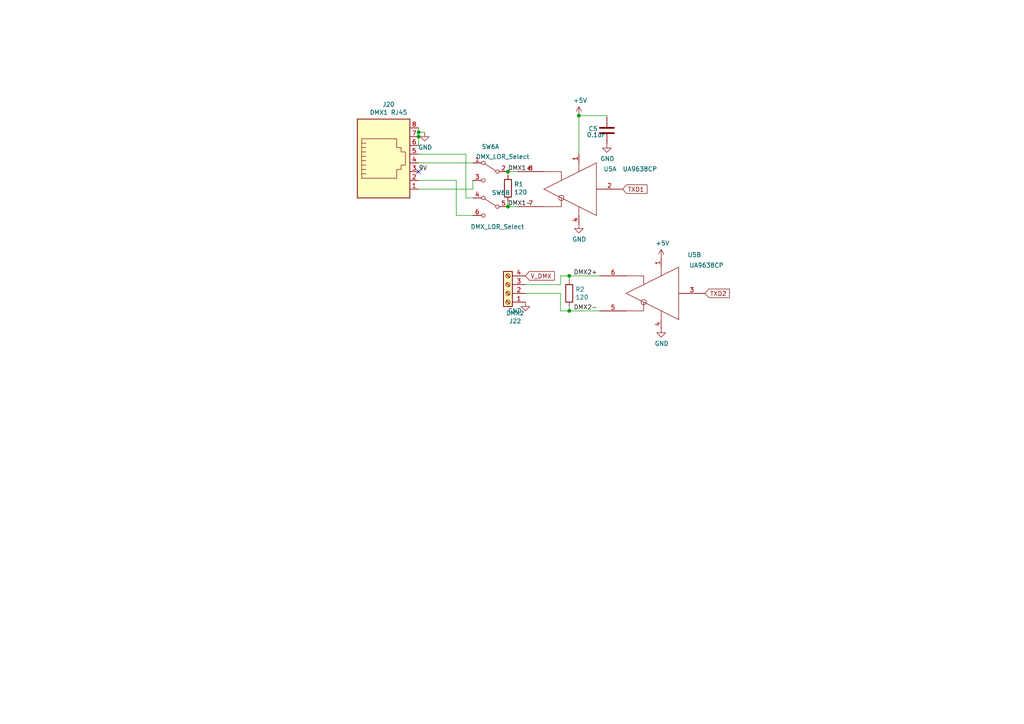
<source format=kicad_sch>
(kicad_sch (version 20211123) (generator eeschema)
  (paper "A4")
  (title_block (title "BBB 16") (date "2021-11-04") (rev "v2.1") (company "Scott Hanson"))
  (lib_symbols
    (symbol "BBB_16-rescue:C-Device" (pin_numbers hide) (pin_names (offset 0.254))
      (property "Reference" "C" (at 0.635 2.54 0))
      (property "Value" "C-Device" (at 0.635 -2.54 0))
      (symbol "C-Device_0_1"
        (polyline (pts (xy -2.032 -0.762) (xy 2.032 -0.762)) (stroke (width 0.508)))
        (polyline (pts (xy -2.032 0.762) (xy 2.032 0.762)) (stroke (width 0.508)))
      )
      (symbol "C-Device_1_1"
        (pin passive line (at 0 3.81 270) (length 2.794) (name "~") (number "1"))
        (pin passive line (at 0 -3.81 90) (length 2.794) (name "~") (number "2"))
      )
    )
    (symbol "BBB_16-rescue:R-Device" (pin_numbers hide) (pin_names (offset 0))
      (property "Reference" "R" (at 2.032 0 90))
      (property "Value" "R-Device" (at 0 0 90))
      (symbol "R-Device_0_1"
        (rectangle (start -1.016 -2.54) (end 1.016 2.54) (stroke (width 0.254)))
      )
      (symbol "R-Device_1_1"
        (pin passive line (at 0 3.81 270) (length 1.27) (name "~") (number "1"))
        (pin passive line (at 0 -3.81 90) (length 1.27) (name "~") (number "2"))
      )
    )
    (symbol "Connector:RJ45" (pin_names (offset 1.016))
      (property "Reference" "J" (at -5.08 13.97 0))
      (property "Value" "RJ45" (at 2.54 13.97 0))
      (symbol "RJ45_0_1"
        (polyline (pts (xy -5.08 4.445) (xy -6.35 4.445)))
        (polyline (pts (xy -5.08 5.715) (xy -6.35 5.715)))
        (polyline (pts (xy -6.35 -3.175) (xy -5.08 -3.175) (xy -5.08 -3.175)))
        (polyline (pts (xy -6.35 -1.905) (xy -5.08 -1.905) (xy -5.08 -1.905)))
        (polyline (pts (xy -6.35 -0.635) (xy -5.08 -0.635) (xy -5.08 -0.635)))
        (polyline (pts (xy -6.35 0.635) (xy -5.08 0.635) (xy -5.08 0.635)))
        (polyline (pts (xy -6.35 1.905) (xy -5.08 1.905) (xy -5.08 1.905)))
        (polyline (pts (xy -5.08 3.175) (xy -6.35 3.175) (xy -6.35 3.175)))
        (polyline (pts (xy -6.35 -4.445) (xy -6.35 6.985) (xy 3.81 6.985) (xy 3.81 4.445) (xy 5.08 4.445) (xy 5.08 3.175) (xy 6.35 3.175) (xy 6.35 -0.635) (xy 5.08 -0.635) (xy 5.08 -1.905) (xy 3.81 -1.905) (xy 3.81 -4.445) (xy -6.35 -4.445) (xy -6.35 -4.445)))
        (rectangle (start 7.62 12.7) (end -7.62 -10.16) (stroke (width 0.254)) (fill (type background)))
      )
      (symbol "RJ45_1_1"
        (pin passive line (at 10.16 -7.62 180) (length 2.54) (name "~") (number "1"))
        (pin passive line (at 10.16 -5.08 180) (length 2.54) (name "~") (number "2"))
        (pin passive line (at 10.16 -2.54 180) (length 2.54) (name "~") (number "3"))
        (pin passive line (at 10.16 0 180) (length 2.54) (name "~") (number "4"))
        (pin passive line (at 10.16 2.54 180) (length 2.54) (name "~") (number "5"))
        (pin passive line (at 10.16 5.08 180) (length 2.54) (name "~") (number "6"))
        (pin passive line (at 10.16 7.62 180) (length 2.54) (name "~") (number "7"))
        (pin passive line (at 10.16 10.16 180) (length 2.54) (name "~") (number "8"))
      )
    )
    (symbol "Connector:Screw_Terminal_01x04" (pin_names (offset 1.016) hide)
      (property "Reference" "J" (at 0 5.08 0))
      (property "Value" "Screw_Terminal_01x04" (at 0 -7.62 0))
      (symbol "Screw_Terminal_01x04_1_1"
        (rectangle (start -1.27 3.81) (end 1.27 -6.35) (stroke (width 0.254)) (fill (type background)))
        (circle (center 0 -5.08) (radius 0.635) (stroke (width 0.1524)))
        (circle (center 0 -2.54) (radius 0.635) (stroke (width 0.1524)))
        (polyline (pts (xy -0.5334 -4.7498) (xy 0.3302 -5.588)) (stroke (width 0.1524)))
        (polyline (pts (xy -0.5334 -2.2098) (xy 0.3302 -3.048)) (stroke (width 0.1524)))
        (polyline (pts (xy -0.5334 0.3302) (xy 0.3302 -0.508)) (stroke (width 0.1524)))
        (polyline (pts (xy -0.5334 2.8702) (xy 0.3302 2.032)) (stroke (width 0.1524)))
        (polyline (pts (xy -0.3556 -4.572) (xy 0.508 -5.4102)) (stroke (width 0.1524)))
        (polyline (pts (xy -0.3556 -2.032) (xy 0.508 -2.8702)) (stroke (width 0.1524)))
        (polyline (pts (xy -0.3556 0.508) (xy 0.508 -0.3302)) (stroke (width 0.1524)))
        (polyline (pts (xy -0.3556 3.048) (xy 0.508 2.2098)) (stroke (width 0.1524)))
        (circle (center 0 0) (radius 0.635) (stroke (width 0.1524)))
        (circle (center 0 2.54) (radius 0.635) (stroke (width 0.1524)))
        (pin passive line (at -5.08 2.54 0) (length 3.81) (name "Pin_1") (number "1"))
        (pin passive line (at -5.08 0 0) (length 3.81) (name "Pin_2") (number "2"))
        (pin passive line (at -5.08 -2.54 0) (length 3.81) (name "Pin_3") (number "3"))
        (pin passive line (at -5.08 -5.08 0) (length 3.81) (name "Pin_4") (number "4"))
      )
    )
    (symbol "Interface_LineDriver:UA9638CP" (pin_names (offset 1.016) hide)
      (property "Reference" "U" (at -7.62 10.16 0))
      (property "Value" "UA9638CP" (at 2.54 7.62 0))
      (symbol "UA9638CP_0_1"
        (polyline (pts (xy -7.62 5.08) (xy -7.62 -7.62)))
        (polyline (pts (xy -7.62 5.08) (xy -7.62 7.62)))
        (polyline (pts (xy -7.62 7.62) (xy 7.62 0)))
        (polyline (pts (xy -2.54 -5.08) (xy -2.54 -7.62)))
        (polyline (pts (xy -2.54 5.08) (xy -2.54 7.62)))
        (polyline (pts (xy 2.54 -5.08) (xy 7.62 -5.08)))
        (polyline (pts (xy 2.54 -2.54) (xy 2.54 -5.08)))
        (polyline (pts (xy 2.54 5.08) (xy 2.54 2.54)))
        (polyline (pts (xy 7.62 0) (xy -7.62 -7.62)))
        (polyline (pts (xy 7.62 5.08) (xy 2.54 5.08)))
        (circle (center 2.54 -2.54) (radius 0.762))
      )
      (symbol "UA9638CP_1_1"
        (pin power_in line (at -2.54 10.16 270) (length 2.54) (name "VCC") (number "1"))
        (pin input line (at -15.24 0 0) (length 7.62) (name "IN") (number "2"))
        (pin power_in line (at -2.54 -10.16 90) (length 2.54) (name "GND") (number "4"))
        (pin output line (at 15.24 -5.08 180) (length 7.62) (name "OUTA") (number "7"))
        (pin output line (at 15.24 5.08 180) (length 7.62) (name "OUTB") (number "8"))
      )
      (symbol "UA9638CP_2_1"
        (pin power_in line (at -2.54 10.16 270) (length 2.54) (name "VCC") (number "1"))
        (pin input line (at -15.24 0 0) (length 7.62) (name "IN") (number "3"))
        (pin power_in line (at -2.54 -10.16 90) (length 2.54) (name "GND") (number "4"))
        (pin output line (at 15.24 -5.08 180) (length 7.62) (name "OUTA") (number "5"))
        (pin output line (at 15.24 5.08 180) (length 7.62) (name "OUTB") (number "6"))
      )
    )
    (symbol "Switch:SW_DPDT_x2" (pin_names (offset 0) hide)
      (property "Reference" "SW" (at 0 4.318 0))
      (property "Value" "SW_DPDT_x2" (at 0 -5.08 0))
      (symbol "SW_DPDT_x2_0_0"
        (circle (center -2.032 0) (radius 0.508))
        (circle (center 2.032 -2.54) (radius 0.508))
      )
      (symbol "SW_DPDT_x2_0_1"
        (polyline (pts (xy -1.524 0.254) (xy 1.651 2.286)))
        (circle (center 2.032 2.54) (radius 0.508))
      )
      (symbol "SW_DPDT_x2_1_1"
        (pin passive line (at 5.08 2.54 180) (length 2.54) (name "A") (number "1"))
        (pin passive line (at -5.08 0 0) (length 2.54) (name "B") (number "2"))
        (pin passive line (at 5.08 -2.54 180) (length 2.54) (name "C") (number "3"))
      )
      (symbol "SW_DPDT_x2_2_1"
        (pin passive line (at 5.08 2.54 180) (length 2.54) (name "A") (number "4"))
        (pin passive line (at -5.08 0 0) (length 2.54) (name "B") (number "5"))
        (pin passive line (at 5.08 -2.54 180) (length 2.54) (name "C") (number "6"))
      )
    )
    (symbol "power:+5V" (power) (pin_names (offset 0))
      (property "Value" "+5V" (at 0 3.556 0))
      (symbol "+5V_0_1"
        (polyline (pts (xy -0.762 1.27) (xy 0 2.54)))
        (polyline (pts (xy 0 0) (xy 0 2.54)))
        (polyline (pts (xy 0 2.54) (xy 0.762 1.27)))
      )
      (symbol "+5V_1_1"
        (pin power_in line (at 0 0 90) (length 0) hide (name "+5V") (number "1"))
      )
    )
    (symbol "power:GND" (power) (pin_names (offset 0))
      (property "Value" "GND" (at 0 -3.81 0))
      (symbol "GND_0_1"
        (polyline (pts (xy 0 0) (xy 0 -1.27) (xy 1.27 -1.27) (xy 0 -2.54) (xy -1.27 -1.27) (xy 0 -1.27)))
      )
      (symbol "GND_1_1"
        (pin power_in line (at 0 0 270) (length 0) hide (name "GND") (number "1"))
      )
    )
  )
  (junction (at 147.32 59.944))
  (junction (at 165.1 90.17))
  (junction (at 121.412 39.624))
  (junction (at 165.1 80.01))
  (junction (at 121.412 38.354))
  (junction (at 147.32 49.784))
  (junction (at 167.894 33.528))
  (no_connect (at 121.412 49.784))
  (wire (pts (xy 121.412 42.164) (xy 121.412 39.624)))
  (wire (pts (xy 152.4 85.09) (xy 162.56 85.09)))
  (wire (pts (xy 121.412 47.244) (xy 137.16 47.244)))
  (wire (pts (xy 176.022 33.528) (xy 176.022 34.036)))
  (wire (pts (xy 165.1 81.28) (xy 165.1 80.01)))
  (wire (pts (xy 147.32 49.784) (xy 147.32 50.8)))
  (wire (pts (xy 123.19 38.354) (xy 121.412 38.354)))
  (wire (pts (xy 162.56 82.55) (xy 152.4 82.55)))
  (wire (pts (xy 132.334 52.324) (xy 132.334 62.484)))
  (wire (pts (xy 167.894 33.528) (xy 176.022 33.528)))
  (wire (pts (xy 121.412 44.704) (xy 135.128 44.704)))
  (wire (pts (xy 150.114 49.784) (xy 147.32 49.784)))
  (wire (pts (xy 121.412 52.324) (xy 132.334 52.324)))
  (wire (pts (xy 165.1 88.9) (xy 165.1 90.17)))
  (wire (pts (xy 137.16 62.484) (xy 132.334 62.484)))
  (wire (pts (xy 162.56 85.09) (xy 162.56 90.17)))
  (wire (pts (xy 121.412 38.354) (xy 121.412 39.624)))
  (wire (pts (xy 162.56 90.17) (xy 165.1 90.17)))
  (wire (pts (xy 165.1 80.01) (xy 162.56 80.01)))
  (wire (pts (xy 162.56 80.01) (xy 162.56 82.55)))
  (wire (pts (xy 137.16 57.404) (xy 135.128 57.404)))
  (wire (pts (xy 147.32 58.42) (xy 147.32 59.944)))
  (wire (pts (xy 137.16 52.324) (xy 137.16 54.864)))
  (wire (pts (xy 121.412 54.864) (xy 137.16 54.864)))
  (wire (pts (xy 147.32 59.944) (xy 150.114 59.944)))
  (wire (pts (xy 165.1 90.17) (xy 173.99 90.17)))
  (wire (pts (xy 167.894 44.704) (xy 167.894 33.528)))
  (wire (pts (xy 135.128 44.704) (xy 135.128 57.404)))
  (wire (pts (xy 121.412 37.084) (xy 121.412 38.354)))
  (wire (pts (xy 173.99 80.01) (xy 165.1 80.01)))
  (label "DMX1-" (at 147.32 59.944 0))
  (label "DMX1+" (at 147.32 49.784 0))
  (label "9V" (at 121.412 49.784 0))
  (label "DMX2-" (at 166.37 90.17 0))
  (label "DMX2+" (at 166.37 80.01 0))
  (global_label "TXD2" (shape input) (at 204.47 85.09 0) (property "Intersheet References" "${INTERSHEET_REFS}" (effects hide)))
  (global_label "V_DMX" (shape input) (at 152.4 80.01 0) (property "Intersheet References" "${INTERSHEET_REFS}" (effects hide)))
  (global_label "TXD1" (shape input) (at 180.594 54.864 0) (property "Intersheet References" "${INTERSHEET_REFS}" (effects hide)))
  (symbol (lib_id "BBB_16-rescue:R-Device") (at 165.1 85.09 0)
    (property "Reference" "R2" (at 166.878 83.9216 0) (effects (justify left)))
    (property "Value" "120" (at 166.878 86.233 0) (effects (justify left)))
    (property "Footprint" "Resistor_THT:R_Axial_DIN0207_L6.3mm_D2.5mm_P7.62mm_Horizontal" (effects hide))
    (property "Digi-Key_PN" "CF14JT120RCT-ND" (effects hide))
    (property "MPN" "CF14JT120R" (effects hide))
  )
  (symbol (lib_id "power:GND") (at 152.4 87.63 0)
    (property "Reference" "#PWR033" (effects hide))
    (property "Value" "GND" (at 149.352 90.17 0))
  )
  (symbol (lib_id "BBB_16-rescue:C-Device") (at 176.022 37.846 0)
    (property "Reference" "C5" (at 170.688 37.338 0) (effects (justify left)))
    (property "Value" "0.1uF" (at 170.18 39.116 0) (effects (justify left)))
    (property "Footprint" "Capacitor_THT:C_Rect_L7.0mm_W2.0mm_P5.00mm" (effects hide))
    (property "Digi-Key_PN" "478-7336-1-ND" (effects hide))
    (property "MPN" "SR215C104KARTR1" (effects hide))
  )
  (symbol (lib_id "power:GND") (at 176.022 41.656 0)
    (property "Reference" "#PWR037" (effects hide))
    (property "Value" "GND" (at 176.149 46.0502 0))
  )
  (symbol (lib_id "Connector:RJ45") (at 111.252 47.244 0)
    (property "Reference" "J20" (at 112.6998 30.3022 0))
    (property "Value" "DMX1 RJ45" (at 112.6998 32.6136 0))
    (property "Footprint" "Connector_RJ:RJ45_Amphenol_54602-x08_Horizontal" (effects hide))
    (property "Digi-Key_PN" "AE10392-ND" (effects hide))
    (property "MPN" "A-2014-2-4-R" (effects hide))
  )
  (symbol (lib_id "power:GND") (at 123.19 38.354 0)
    (property "Reference" "#PWR034" (effects hide))
    (property "Value" "GND" (at 123.317 42.7482 0))
  )
  (symbol (lib_id "Interface_LineDriver:UA9638CP") (at 165.354 54.864 0) (mirror y) (unit 1)
    (property "Reference" "U5" (at 175.006 49.022 0) (effects (justify right)))
    (property "Value" "UA9638CP" (at 180.594 49.022 0) (effects (justify right)))
    (property "Footprint" "Package_DIP:DIP-8_W7.62mm" (effects hide))
    (property "Datasheet" "http://www.ti.com/lit/ds/symlink/ua9638.pdf" (effects hide))
    (property "Digi-Key_PN" "296-15059-5-ND" (effects hide))
    (property "MPN" "UA9638CP" (effects hide))
  )
  (symbol (lib_id "Interface_LineDriver:UA9638CP") (at 189.23 85.09 0) (mirror y) (unit 2)
    (property "Reference" "U5" (at 199.39 73.914 0) (effects (justify right)))
    (property "Value" "UA9638CP" (at 199.898 76.962 0) (effects (justify right)))
    (property "Footprint" "Package_DIP:DIP-8_W7.62mm" (effects hide))
    (property "Datasheet" "http://www.ti.com/lit/ds/symlink/ua9638.pdf" (effects hide))
    (property "Digi-Key_PN" "296-15059-5-ND" (effects hide))
    (property "MPN" "UA9638CP" (effects hide))
  )
  (symbol (lib_id "BBB_16-rescue:R-Device") (at 147.32 54.61 0)
    (property "Reference" "R1" (at 149.098 53.4416 0) (effects (justify left)))
    (property "Value" "120" (at 149.098 55.753 0) (effects (justify left)))
    (property "Footprint" "Resistor_THT:R_Axial_DIN0207_L6.3mm_D2.5mm_P7.62mm_Horizontal" (effects hide))
    (property "Digi-Key_PN" "CF14JT120RCT-ND" (effects hide))
    (property "MPN" "CF14JT120R" (effects hide))
  )
  (symbol (lib_id "power:GND") (at 191.77 95.25 0)
    (property "Reference" "#PWR038" (effects hide))
    (property "Value" "GND" (at 191.897 99.6442 0))
  )
  (symbol (lib_id "power:GND") (at 167.894 65.024 0)
    (property "Reference" "#PWR035" (effects hide))
    (property "Value" "GND" (at 168.021 69.4182 0))
  )
  (symbol (lib_id "power:+5V") (at 191.77 74.93 0)
    (property "Reference" "#PWR036" (effects hide))
    (property "Value" "+5V" (at 192.151 70.5358 0))
  )
  (symbol (lib_id "power:+5V") (at 167.894 33.528 0)
    (property "Reference" "#PWR032" (effects hide))
    (property "Value" "+5V" (at 168.275 29.1338 0))
  )
  (symbol (lib_id "Connector:Screw_Terminal_01x04") (at 147.32 85.09 180) (unit 1)
    (property "Reference" "J22" (at 149.4028 93.1418 0))
    (property "Value" "DMX2" (at 149.4028 90.8304 0))
    (property "Footprint" "TerminalBlock_Phoenix:TerminalBlock_Phoenix_MKDS-1,5-4_1x04_P5.00mm_Horizontal" (effects hide))
    (property "Digi-Key_PN" "277-1238-ND" (effects hide))
    (property "MPN" "1729034" (effects hide))
  )
  (symbol (lib_id "Switch:SW_DPDT_x2") (at 142.24 49.784 0) (mirror y) (unit 1)
    (property "Reference" "SW6" (at 142.24 42.545 0))
    (property "Value" "DMX_LOR_Select" (at 145.796 45.466 0))
    (property "Footprint" "Button_Switch_THT:SW_CuK_JS202011CQN_DPDT_Straight" (effects hide))
    (property "Digi-Key_PN" "401-2001-ND" (effects hide))
    (property "MPN" "JS202011CQN" (effects hide))
  )
  (symbol (lib_id "Switch:SW_DPDT_x2") (at 142.24 59.944 0) (mirror y) (unit 2)
    (property "Reference" "SW6" (at 145.288 55.88 0))
    (property "Value" "DMX_LOR_Select" (at 144.272 65.786 0))
    (property "Footprint" "Button_Switch_THT:SW_CuK_JS202011CQN_DPDT_Straight" (effects hide))
    (property "Digi-Key_PN" "401-2001-ND" (effects hide))
    (property "MPN" "JS202011CQN" (effects hide))
  )
)
</source>
